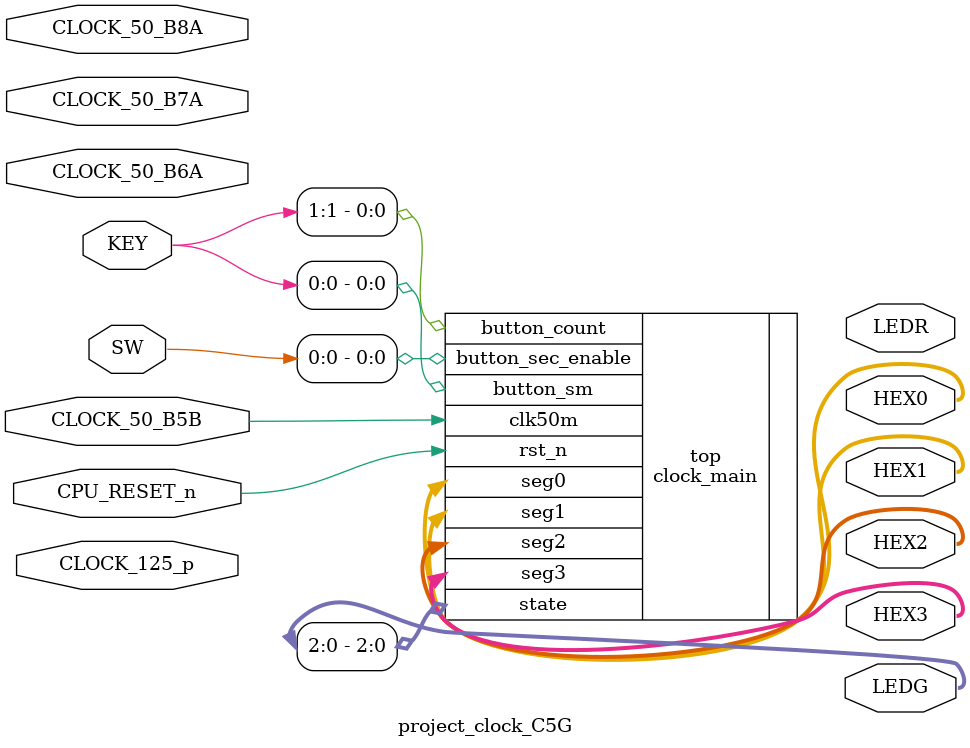
<source format=sv>


module project_clock_C5G(

	//////////// CLOCK //////////
	input 		          		CLOCK_125_p,
	input 		          		CLOCK_50_B5B,
	input 		          		CLOCK_50_B6A,
	input 		          		CLOCK_50_B7A,
	input 		          		CLOCK_50_B8A,

	//////////// LED //////////
	output		     [7:0]		LEDG,
	output		     [9:0]		LEDR,

	//////////// KEY //////////
	input 		          		CPU_RESET_n,
	input 		     [3:0]		KEY,

	//////////// SW //////////
	input 		     [9:0]		SW,

	//////////// SEG7 //////////
	output		     [6:0]		HEX0,
	output		     [6:0]		HEX1,
	output		     [6:0]		HEX2,
	output		     [6:0]		HEX3
);



//=======================================================
//  REG/WIRE declarations
//=======================================================

	clock_main	top(
	 .rst_n(CPU_RESET_n),
    .clk50m(CLOCK_50_B5B),
    .button_sm(KEY[0]),
    .button_count(KEY[1]),
    .button_sec_enable(SW[0]),
    .state(LEDG[2:0]),
    .seg3(HEX3),
    .seg2(HEX2),
    .seg1(HEX1),
    .seg0(HEX0)
	);



//=======================================================
//  Structural coding
//=======================================================



endmodule

</source>
